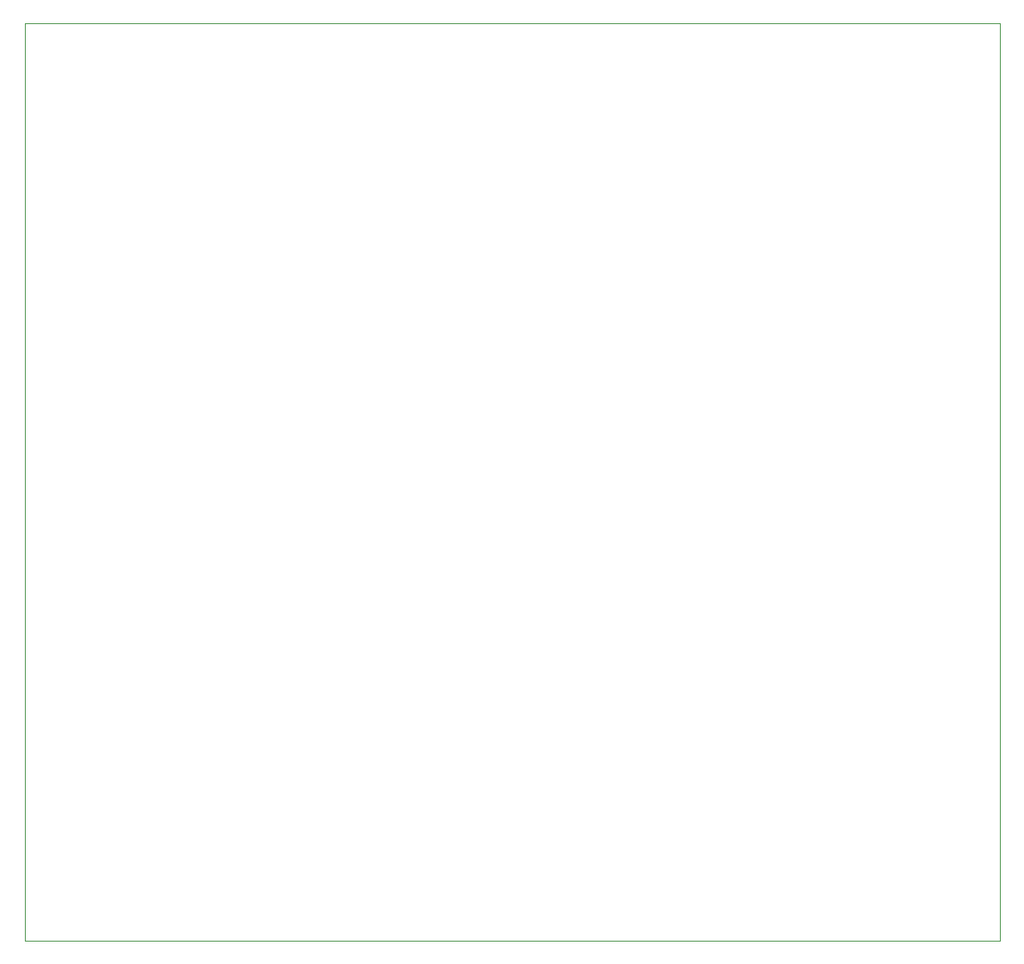
<source format=gbr>
G04 Layer_Color=0*
%FSLAX44Y44*%
%MOMM*%
%TF.FileFunction,Profile*%
%TF.Part,Single*%
G01*
G75*
%TA.AperFunction,Profile*%
%ADD72C,0.0254*%
D72*
X0Y0D02*
X994410D01*
Y935990D01*
X0D01*
Y0D01*
%TF.MD5,27B06B9E982035AF37F28B4C2F2F352A*%
M02*

</source>
